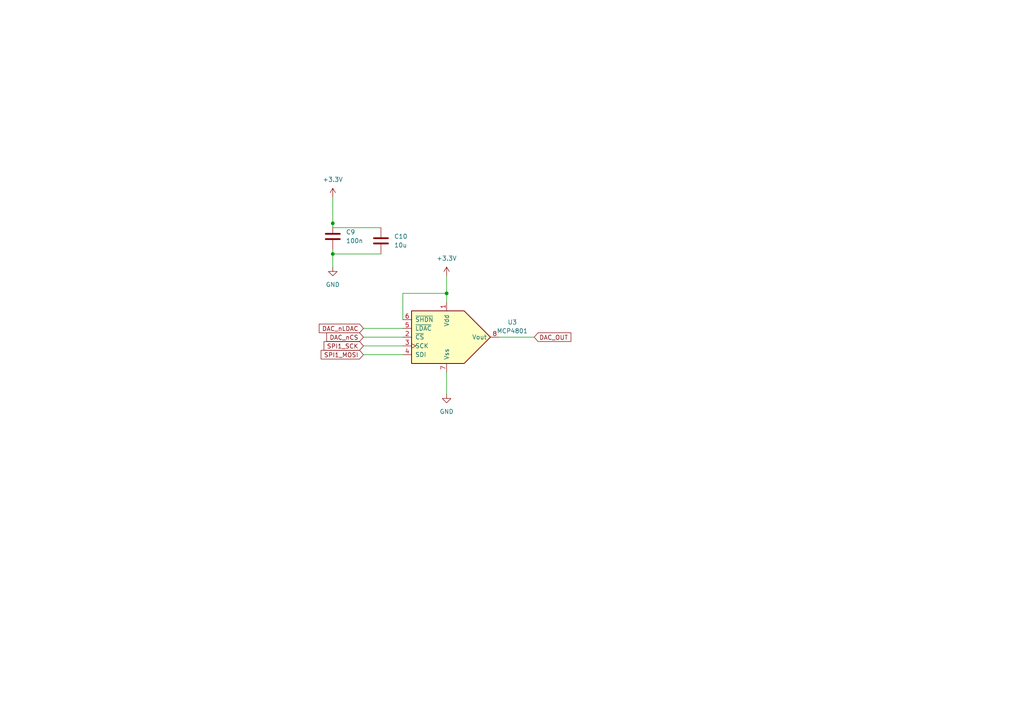
<source format=kicad_sch>
(kicad_sch (version 20211123) (generator eeschema)
  (paper "A4")
  (lib_symbols
    (symbol "Analog_DAC:MCP4801" (pin_names (offset 1.016))
      (property "Reference" "U" (at 1.27 10.795 0))
      (property "Value" "MCP4801" (at 1.27 8.89 0))
      (symbol "MCP4801_0_0"
        (polyline (pts (xy 12.7 0) (xy 5.08 7.62) (xy -10.16 7.62) (xy -10.16 -7.62) (xy 5.08 -7.62) (xy 12.7 0)) (stroke (width 0.254)) (fill (type background)))
      )
      (symbol "MCP4801_1_1"
        (pin power_in line (at 0 10.16 270) (length 2.54) (name "Vdd") (number "1"))
        (pin input line (at -12.7 0 0) (length 2.54) (name "~{CS}") (number "2"))
        (pin input clock (at -12.7 -2.54 0) (length 2.54) (name "SCK") (number "3"))
        (pin input line (at -12.7 -5.08 0) (length 2.54) (name "SDI") (number "4"))
        (pin input line (at -12.7 2.54 0) (length 2.54) (name "~{LDAC}") (number "5"))
        (pin input line (at -12.7 5.08 0) (length 2.54) (name "~{SHDN}") (number "6"))
        (pin power_in line (at 0 -10.16 90) (length 2.54) (name "Vss") (number "7"))
        (pin output line (at 15.24 0 180) (length 2.54) (name "Vout") (number "8"))
      )
    )
    (symbol "Device:C" (pin_numbers hide) (pin_names (offset 0.254))
      (property "Reference" "C" (at 0.635 2.54 0))
      (property "Value" "C" (at 0.635 -2.54 0))
      (symbol "C_0_1"
        (polyline (pts (xy -2.032 -0.762) (xy 2.032 -0.762)) (stroke (width 0.508)))
        (polyline (pts (xy -2.032 0.762) (xy 2.032 0.762)) (stroke (width 0.508)))
      )
      (symbol "C_1_1"
        (pin passive line (at 0 3.81 270) (length 2.794) (name "~") (number "1"))
        (pin passive line (at 0 -3.81 90) (length 2.794) (name "~") (number "2"))
      )
    )
    (symbol "power:+3.3V" (power) (pin_names (offset 0))
      (property "Value" "+3.3V" (at 0 3.556 0))
      (symbol "+3.3V_0_1"
        (polyline (pts (xy -0.762 1.27) (xy 0 2.54)))
        (polyline (pts (xy 0 0) (xy 0 2.54)))
        (polyline (pts (xy 0 2.54) (xy 0.762 1.27)))
      )
      (symbol "+3.3V_1_1"
        (pin power_in line (at 0 0 90) (length 0) hide (name "+3.3V") (number "1"))
      )
    )
    (symbol "power:GND" (power) (pin_names (offset 0))
      (property "Value" "GND" (at 0 -3.81 0))
      (symbol "GND_0_1"
        (polyline (pts (xy 0 0) (xy 0 -1.27) (xy 1.27 -1.27) (xy 0 -2.54) (xy -1.27 -1.27) (xy 0 -1.27)))
      )
      (symbol "GND_1_1"
        (pin power_in line (at 0 0 270) (length 0) hide (name "GND") (number "1"))
      )
    )
  )
  (junction (at 129.54 85.09))
  (junction (at 96.52 73.66))
  (junction (at 96.52 64.77))
  (wire (pts (xy 110.49 66.04) (xy 96.52 66.04)))
  (wire (pts (xy 96.52 72.39) (xy 96.52 73.66)))
  (wire (pts (xy 105.41 97.79) (xy 116.84 97.79)))
  (wire (pts (xy 116.84 92.71) (xy 116.84 85.09)))
  (wire (pts (xy 105.41 100.33) (xy 116.84 100.33)))
  (wire (pts (xy 144.78 97.79) (xy 154.94 97.79)))
  (wire (pts (xy 105.41 95.25) (xy 116.84 95.25)))
  (wire (pts (xy 96.52 57.15) (xy 96.52 64.77)))
  (wire (pts (xy 96.52 73.66) (xy 110.49 73.66)))
  (wire (pts (xy 96.52 73.66) (xy 96.52 77.47)))
  (wire (pts (xy 129.54 85.09) (xy 129.54 87.63)))
  (wire (pts (xy 96.52 64.77) (xy 96.52 66.04)))
  (wire (pts (xy 129.54 80.01) (xy 129.54 85.09)))
  (wire (pts (xy 116.84 85.09) (xy 129.54 85.09)))
  (wire (pts (xy 129.54 107.95) (xy 129.54 114.3)))
  (wire (pts (xy 105.41 102.87) (xy 116.84 102.87)))
  (global_label "SPI1_MOSI" (shape input) (at 105.41 102.87 180) (property "Intersheet References" "${INTERSHEET_REFS}" (effects hide)))
  (global_label "SPI1_SCK" (shape input) (at 105.41 100.33 180) (property "Intersheet References" "${INTERSHEET_REFS}" (effects hide)))
  (global_label "DAC_nCS" (shape input) (at 105.41 97.79 180) (property "Intersheet References" "${INTERSHEET_REFS}" (effects hide)))
  (global_label "DAC_OUT" (shape input) (at 154.94 97.79 0) (property "Intersheet References" "${INTERSHEET_REFS}" (effects hide)))
  (global_label "DAC_nLDAC" (shape input) (at 105.41 95.25 180) (property "Intersheet References" "${INTERSHEET_REFS}" (effects hide)))
  (symbol (lib_id "power:GND") (at 96.52 77.47 0) (unit 1)
    (property "Reference" "#PWR017" (effects hide))
    (property "Value" "GND" (at 96.52 82.55 0))
  )
  (symbol (lib_id "power:+3.3V") (at 129.54 80.01 0) (unit 1)
    (property "Reference" "#PWR018" (effects hide))
    (property "Value" "+3.3V" (at 129.54 74.93 0))
  )
  (symbol (lib_id "Device:C") (at 96.52 68.58 0) (unit 1)
    (property "Reference" "C9" (at 100.33 67.3099 0) (effects (justify left)))
    (property "Value" "100n" (at 100.33 69.8499 0) (effects (justify left)))
    (property "Footprint" "Capacitor_SMD:C_0805_2012Metric_Pad1.18x1.45mm_HandSolder" (effects hide))
  )
  (symbol (lib_id "Analog_DAC:MCP4801") (at 129.54 97.79 0) (unit 1)
    (property "Reference" "U3" (at 148.59 93.4593 0))
    (property "Value" "MCP4801" (at 148.59 95.9993 0))
    (property "Footprint" "Package_SO:SOIC-8_3.9x4.9mm_P1.27mm" (effects hide))
  )
  (symbol (lib_id "Device:C") (at 110.49 69.85 0) (unit 1)
    (property "Reference" "C10" (at 114.3 68.5799 0) (effects (justify left)))
    (property "Value" "10u" (at 114.3 71.1199 0) (effects (justify left)))
    (property "Footprint" "Capacitor_SMD:C_0805_2012Metric_Pad1.18x1.45mm_HandSolder" (effects hide))
  )
  (symbol (lib_id "power:+3.3V") (at 96.52 57.15 0) (unit 1)
    (property "Reference" "#PWR016" (effects hide))
    (property "Value" "+3.3V" (at 96.52 52.07 0))
  )
  (symbol (lib_id "power:GND") (at 129.54 114.3 0) (unit 1)
    (property "Reference" "#PWR019" (effects hide))
    (property "Value" "GND" (at 129.54 119.38 0))
  )
)
</source>
